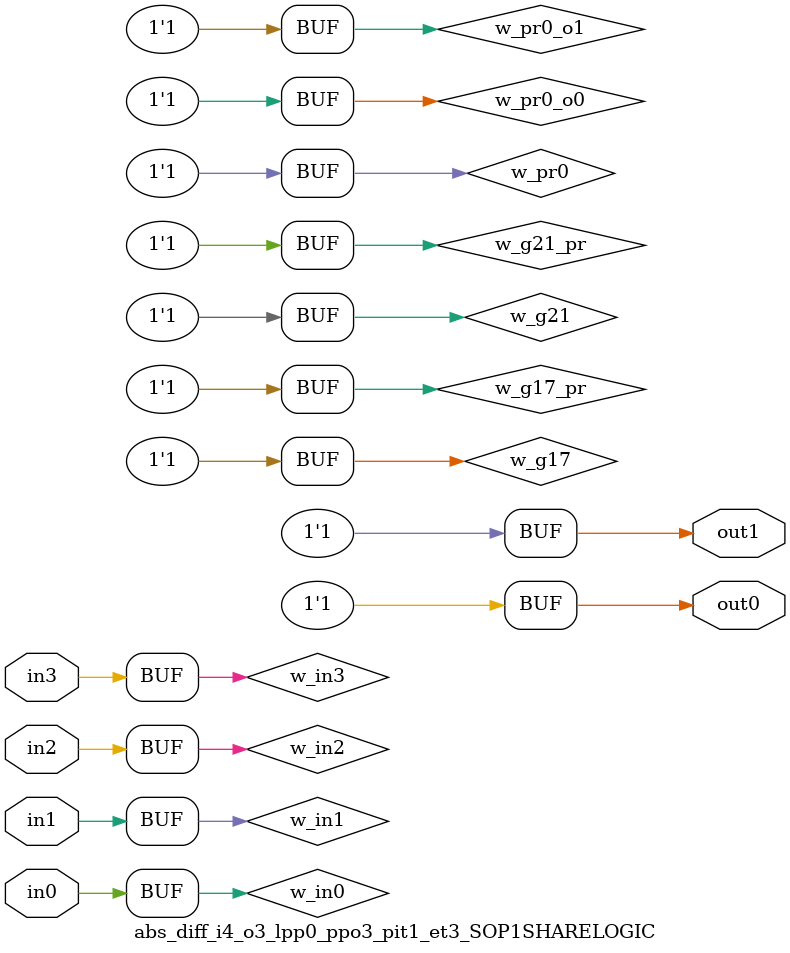
<source format=v>
module abs_diff_i4_o3_lpp0_ppo3_pit1_et3_SOP1SHARELOGIC (in0, in1, in2, in3, out0, out1);
// declaring inputs
input in0,  in1,  in2,  in3;
// declaring outputs
output out0,  out1;
// JSON model input
wire w_in3, w_in2, w_in1, w_in0;
// JSON model output
wire w_g17, w_g21;
//json model
wire w_g17_pr, w_g21_pr, w_pr0_o0, w_pr0_o1, w_pr0;
// JSON model input assign
assign w_in3 = in3;
assign w_in2 = in2;
assign w_in1 = in1;
assign w_in0 = in0;

//json model assigns (approximated Shared/XPAT part)
//assign literals to products
assign w_pr0 = 1;
//if a product has literals and if the product is being "activated" for that output
assign w_pr0_o0 = w_pr0 & 1;
assign w_pr0_o1 = w_pr0 & 1;
//compose an output with corresponding products (OR)
assign w_g17 = w_pr0_o0;
assign w_g21 = w_pr0_o1;
//if an output has products and if it is part of the JSON model
assign w_g17_pr = w_g17 & 1;
assign w_g21_pr = w_g21 & 1;
// output assigns
assign out0 = w_g17_pr;
assign out1 = w_g21_pr;
endmodule
</source>
